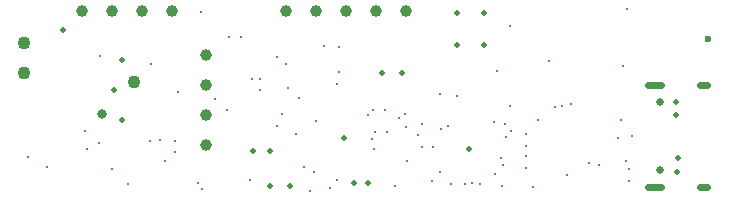
<source format=gbr>
%TF.GenerationSoftware,KiCad,Pcbnew,9.0.0*%
%TF.CreationDate,2025-05-10T22:56:43+02:00*%
%TF.ProjectId,CYPD3177_3.3V_V2_+_OLED,43595044-3331-4373-975f-332e33565f56,rev?*%
%TF.SameCoordinates,Original*%
%TF.FileFunction,Plated,1,4,PTH,Mixed*%
%TF.FilePolarity,Positive*%
%FSLAX46Y46*%
G04 Gerber Fmt 4.6, Leading zero omitted, Abs format (unit mm)*
G04 Created by KiCad (PCBNEW 9.0.0) date 2025-05-10 22:56:43*
%MOMM*%
%LPD*%
G01*
G04 APERTURE LIST*
%TA.AperFunction,ViaDrill*%
%ADD10C,0.200000*%
%TD*%
%TA.AperFunction,ViaDrill*%
%ADD11C,0.300000*%
%TD*%
%TA.AperFunction,ViaDrill*%
%ADD12C,0.500000*%
%TD*%
%TA.AperFunction,ViaDrill*%
%ADD13C,0.600000*%
%TD*%
G04 aperture for slot hole*
%TA.AperFunction,ComponentDrill*%
%ADD14C,0.600000*%
%TD*%
%TA.AperFunction,ComponentDrill*%
%ADD15C,0.650000*%
%TD*%
%TA.AperFunction,ComponentDrill*%
%ADD16C,0.800000*%
%TD*%
%TA.AperFunction,ComponentDrill*%
%ADD17C,1.000000*%
%TD*%
%TA.AperFunction,ComponentDrill*%
%ADD18C,1.100000*%
%TD*%
G04 APERTURE END LIST*
D10*
X103370000Y-93590000D03*
X105000000Y-94500000D03*
X108330000Y-92930000D03*
X109320000Y-92410000D03*
X109404899Y-85070101D03*
X110470000Y-94670000D03*
X113662136Y-92256388D03*
X114540000Y-92190000D03*
X114970000Y-93980000D03*
X115780000Y-92270000D03*
X115780000Y-93240000D03*
X117730000Y-95790000D03*
X118070000Y-96300000D03*
X119160000Y-88730000D03*
X120161000Y-89620000D03*
X120380000Y-83440000D03*
X121400000Y-83440000D03*
X122180000Y-95620000D03*
X123000000Y-87990000D03*
X124420000Y-85139000D03*
X124460000Y-91030000D03*
X124880000Y-89965000D03*
X125180000Y-85740000D03*
X126009718Y-91647955D03*
X126270000Y-88660000D03*
X126760000Y-94480000D03*
X127190000Y-96520000D03*
X127560000Y-94890000D03*
X127760000Y-90610000D03*
X128940000Y-96260000D03*
X129500000Y-95560000D03*
X129550000Y-87460000D03*
X129670000Y-86470000D03*
X132120000Y-90110000D03*
X132500000Y-92100000D03*
X132560000Y-89690000D03*
X132660000Y-92970000D03*
X132750000Y-91554564D03*
X133550000Y-89660000D03*
X133747262Y-91500027D03*
X134425000Y-96100000D03*
X134740000Y-90340000D03*
X135300000Y-89990000D03*
X135395314Y-91100314D03*
X135410000Y-93970000D03*
X136400000Y-91730000D03*
X136680000Y-90825000D03*
X136720000Y-92800000D03*
X137680000Y-92800000D03*
X138210000Y-94900000D03*
X138264000Y-88279182D03*
X138340000Y-91260000D03*
X138888724Y-91017295D03*
X139140000Y-95880000D03*
X139700000Y-88500000D03*
X140353300Y-95897737D03*
X140980000Y-95860000D03*
X141646446Y-95906446D03*
X142800000Y-90650000D03*
X142880000Y-95050000D03*
X143050000Y-86310000D03*
X143438635Y-93687500D03*
X143490000Y-96070000D03*
X143548616Y-94279646D03*
X143725000Y-90866479D03*
X143840000Y-91970000D03*
X144150000Y-89350000D03*
X144200000Y-82500000D03*
X144270000Y-91400000D03*
X145500000Y-93560000D03*
X145510000Y-94580000D03*
X145530000Y-91670000D03*
X145530000Y-92690000D03*
X146550000Y-90500000D03*
X147450000Y-85490000D03*
X147930000Y-89360000D03*
X148530000Y-89330000D03*
X148980000Y-95150000D03*
X150850000Y-94150000D03*
X151700000Y-94347500D03*
X153327000Y-92000000D03*
X153570000Y-90490000D03*
X154003035Y-93981874D03*
X154100000Y-81090000D03*
X154240000Y-94650000D03*
X154240000Y-95670000D03*
X154446832Y-91876085D03*
D11*
X108153320Y-91412849D03*
X111800000Y-95950000D03*
X113767748Y-85798421D03*
X116075000Y-88150000D03*
X117970000Y-81390000D03*
X122350000Y-86990000D03*
X123000000Y-87030000D03*
X125400000Y-87755200D03*
X128400000Y-84250000D03*
X129700000Y-84290000D03*
X137590000Y-95690000D03*
X146100000Y-96190000D03*
X149290000Y-89120000D03*
X153690000Y-85912500D03*
D12*
X106300000Y-82910000D03*
X110620000Y-87990000D03*
X111340000Y-85440000D03*
X111340000Y-90530000D03*
X122420000Y-93160000D03*
X123820000Y-93112500D03*
X123820000Y-96087500D03*
X125540000Y-96090000D03*
X130080000Y-91990000D03*
X130920000Y-95850000D03*
X132160000Y-95870000D03*
X133280000Y-86510000D03*
X135040000Y-86560000D03*
X139690000Y-81450000D03*
X139700000Y-84175000D03*
X140700000Y-92937500D03*
X141990000Y-81480000D03*
X142000000Y-84175000D03*
X158210000Y-88950000D03*
X158230000Y-90070000D03*
X158270000Y-94910000D03*
X158376000Y-93710000D03*
D13*
X160950000Y-83675000D03*
D14*
%TO.C,J1*%
X156915000Y-87540000D02*
X155815000Y-87540000D01*
X156915000Y-96180000D02*
X155815000Y-96180000D01*
X160845000Y-87540000D02*
X160245000Y-87540000D01*
X160845000Y-96180000D02*
X160245000Y-96180000D01*
D15*
X156865000Y-88970000D03*
X156865000Y-94750000D03*
D16*
%TO.C,SW1*%
X109617031Y-89949138D03*
D17*
%TO.C,J8*%
X107920000Y-81290000D03*
X110460000Y-81290000D03*
X113000000Y-81290000D03*
X115540000Y-81290000D03*
%TO.C,J5*%
X118460000Y-84960000D03*
X118460000Y-87500000D03*
X118460000Y-90040000D03*
X118460000Y-92580000D03*
%TO.C,J7*%
X125215000Y-81260000D03*
X127755000Y-81260000D03*
X130295000Y-81260000D03*
X132835000Y-81260000D03*
X135375000Y-81260000D03*
D18*
%TO.C,J2*%
X103000000Y-84000000D03*
X103000000Y-86540000D03*
%TO.C,SW1*%
X112304037Y-87262132D03*
M02*

</source>
